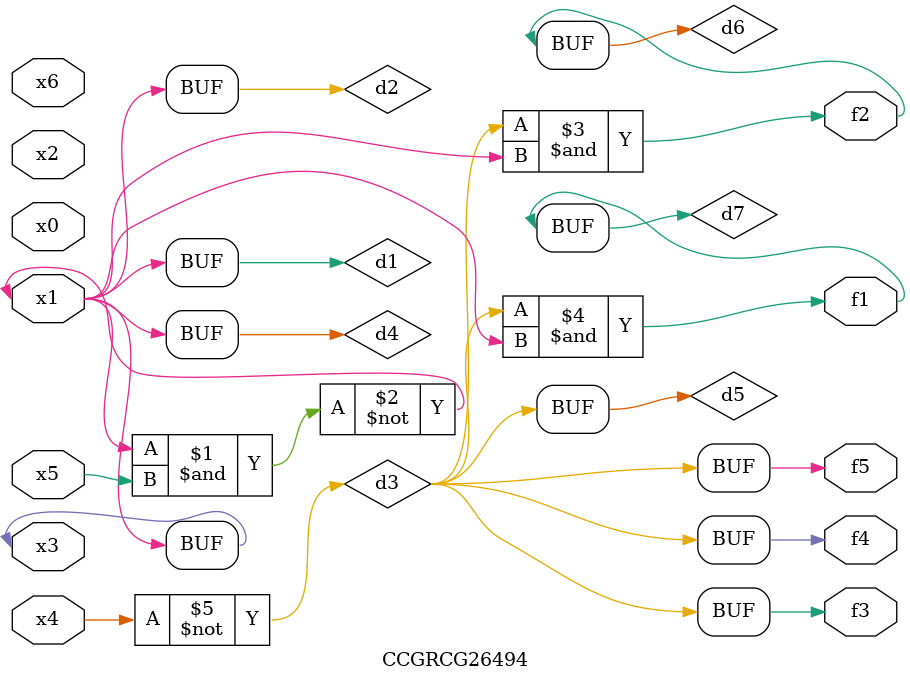
<source format=v>
module CCGRCG26494(
	input x0, x1, x2, x3, x4, x5, x6,
	output f1, f2, f3, f4, f5
);

	wire d1, d2, d3, d4, d5, d6, d7;

	buf (d1, x1, x3);
	nand (d2, x1, x5);
	not (d3, x4);
	buf (d4, d1, d2);
	buf (d5, d3);
	and (d6, d3, d4);
	and (d7, d3, d4);
	assign f1 = d7;
	assign f2 = d6;
	assign f3 = d5;
	assign f4 = d5;
	assign f5 = d5;
endmodule

</source>
